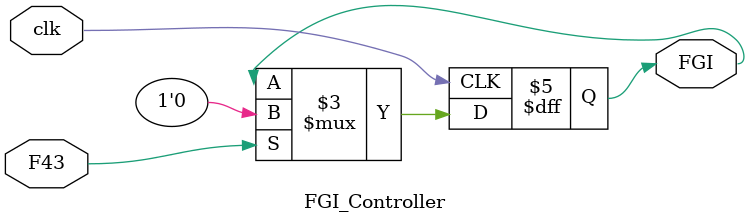
<source format=v>
`timescale 1ns / 1ps
module FGI_Controller (
    input wire clk,
    input wire F43,
    output reg FGI
);

    initial begin
        FGI = 1'b1;  // Initialize FGI to 1
    end

    always @(posedge clk) begin
        if (F43)
            FGI <= 1'b0;  // Set FGI to 0 when F43 is activated
    end

endmodule


</source>
